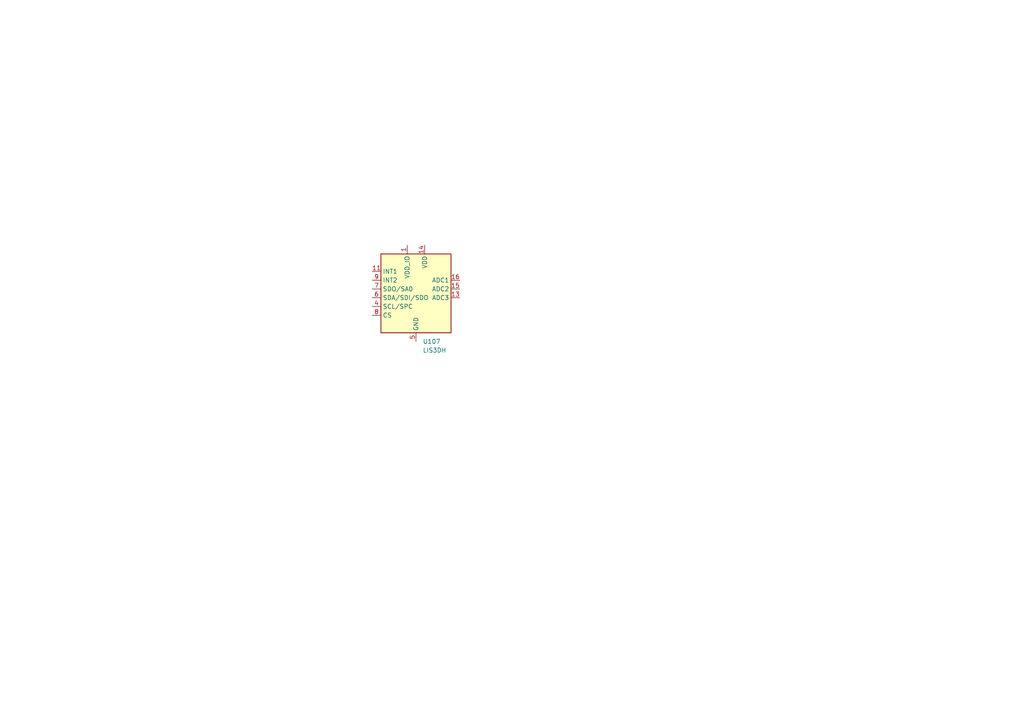
<source format=kicad_sch>
(kicad_sch (version 20230121) (generator eeschema)
  (paper "A4")
  (lib_symbols
    (symbol "Sensor_Motion:LIS3DH"
      (property "Reference" "U" (at -7.62 11.43 0))
      (property "Value" "LIS3DH" (at 6.35 11.43 0))
      (symbol "LIS3DH_0_1"
        (rectangle (start -10.16 10.16) (end 10.16 -12.7) (stroke (width 0.254)) (fill (type background)))
      )
      (symbol "LIS3DH_1_1"
        (pin power_in line (at -2.54 12.7 270) (length 2.54) (name "VDD_IO") (number "1"))
        (pin passive line (at 0 -15.24 90) (length 2.54) hide (name "GND") (number "10"))
        (pin output line (at -12.7 5.08 0) (length 2.54) (name "INT1") (number "11"))
        (pin passive line (at 0 -15.24 90) (length 2.54) hide (name "GND") (number "12"))
        (pin input line (at 12.7 -2.54 180) (length 2.54) (name "ADC3") (number "13"))
        (pin power_in line (at 2.54 12.7 270) (length 2.54) (name "VDD") (number "14"))
        (pin input line (at 12.7 0 180) (length 2.54) (name "ADC2") (number "15"))
        (pin input line (at 12.7 2.54 180) (length 2.54) (name "ADC1") (number "16"))
        (pin no_connect line (at 10.16 5.08 180) (length 2.54) hide (name "NC") (number "2"))
        (pin no_connect line (at 10.16 7.62 180) (length 2.54) hide (name "NC") (number "3"))
        (pin input line (at -12.7 -5.08 0) (length 2.54) (name "SCL/SPC") (number "4"))
        (pin power_in line (at 0 -15.24 90) (length 2.54) (name "GND") (number "5"))
        (pin bidirectional line (at -12.7 -2.54 0) (length 2.54) (name "SDA/SDI/SDO") (number "6"))
        (pin bidirectional line (at -12.7 0 0) (length 2.54) (name "SDO/SA0") (number "7"))
        (pin input line (at -12.7 -7.62 0) (length 2.54) (name "CS") (number "8"))
        (pin output line (at -12.7 2.54 0) (length 2.54) (name "INT2") (number "9"))
      )
    )
  )
  (symbol (lib_id "Sensor_Motion:LIS3DH") (at 120.65 83.82 0) (unit 1)
    (property "Reference" "U107" (at 122.6059 99.06 0) (effects (justify left)))
    (property "Value" "LIS3DH" (at 122.6059 101.6 0) (effects (justify left)))
    (property "Footprint" "Package_LGA:LGA-16_3x3mm_P0.5mm_LayoutBorder3x5y" (effects hide))
    (property "Datasheet" "https://www.st.com/resource/en/datasheet/cd00274221.pdf" (effects hide))
    (property "LCSC" "C15134" (effects hide))
    (instances (project "150g-battlebot-pcb" (path "" (reference "U107") (unit 1)) (path "" (reference "U501") (unit 1))))
  )
)
</source>
